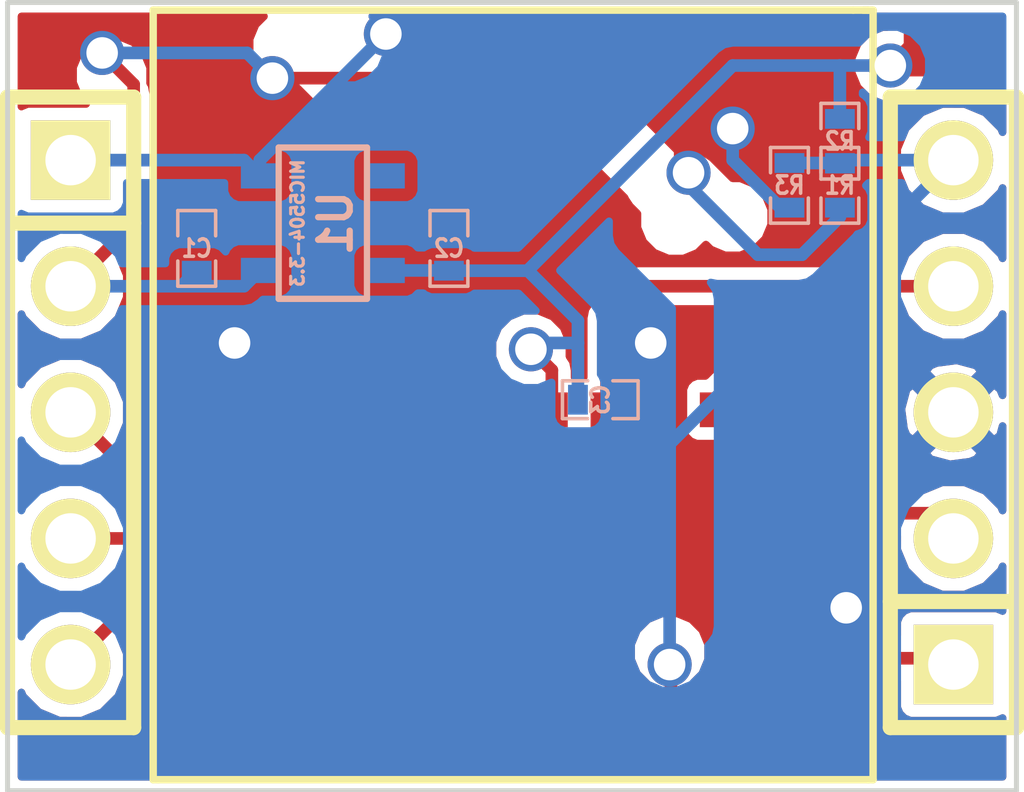
<source format=kicad_pcb>
(kicad_pcb (version 3) (host pcbnew "(2013-june-11)-stable")

  (general
    (links 33)
    (no_connects 0)
    (area 267.563599 101.025 290.682333 118.290345)
    (thickness 1.6)
    (drawings 4)
    (tracks 110)
    (zones 0)
    (modules 11)
    (nets 12)
  )

  (page A3)
  (layers
    (15 F.Cu signal)
    (0 B.Cu signal)
    (16 B.Adhes user)
    (17 F.Adhes user)
    (18 B.Paste user)
    (19 F.Paste user)
    (20 B.SilkS user)
    (21 F.SilkS user)
    (22 B.Mask user)
    (23 F.Mask user)
    (24 Dwgs.User user)
    (25 Cmts.User user)
    (26 Eco1.User user)
    (27 Eco2.User user)
    (28 Edge.Cuts user)
  )

  (setup
    (last_trace_width 0.254)
    (trace_clearance 0.254)
    (zone_clearance 0.1524)
    (zone_45_only no)
    (trace_min 0.254)
    (segment_width 0.2)
    (edge_width 0.1)
    (via_size 0.889)
    (via_drill 0.635)
    (via_min_size 0.889)
    (via_min_drill 0.508)
    (uvia_size 0.508)
    (uvia_drill 0.127)
    (uvias_allowed no)
    (uvia_min_size 0.508)
    (uvia_min_drill 0.127)
    (pcb_text_width 0.3)
    (pcb_text_size 1.5 1.5)
    (mod_edge_width 0.15)
    (mod_text_size 1 1)
    (mod_text_width 0.15)
    (pad_size 1.6002 1.6002)
    (pad_drill 1.016)
    (pad_to_mask_clearance 0)
    (aux_axis_origin 0 0)
    (visible_elements FFFFFFBF)
    (pcbplotparams
      (layerselection 284983297)
      (usegerberextensions true)
      (excludeedgelayer true)
      (linewidth 0.150000)
      (plotframeref false)
      (viasonmask false)
      (mode 1)
      (useauxorigin false)
      (hpglpennumber 1)
      (hpglpenspeed 20)
      (hpglpendiameter 15)
      (hpglpenoverlay 2)
      (psnegative false)
      (psa4output false)
      (plotreference true)
      (plotvalue true)
      (plotothertext true)
      (plotinvisibletext false)
      (padsonsilk false)
      (subtractmaskfromsilk false)
      (outputformat 1)
      (mirror false)
      (drillshape 0)
      (scaleselection 1)
      (outputdirectory gerbers/))
  )

  (net 0 "")
  (net 1 /3V3)
  (net 2 /CD/DAT3)
  (net 3 /CLK)
  (net 4 /CMD)
  (net 5 /DAT0)
  (net 6 /DAT1)
  (net 7 /DAT2)
  (net 8 /DSW)
  (net 9 /EN)
  (net 10 /GND)
  (net 11 /VIN)

  (net_class Default "This is the default net class."
    (clearance 0.254)
    (trace_width 0.254)
    (via_dia 0.889)
    (via_drill 0.635)
    (uvia_dia 0.508)
    (uvia_drill 0.127)
    (add_net "")
    (add_net /3V3)
    (add_net /CD/DAT3)
    (add_net /CLK)
    (add_net /CMD)
    (add_net /DAT0)
    (add_net /DAT1)
    (add_net /DAT2)
    (add_net /DSW)
    (add_net /EN)
    (add_net /GND)
    (add_net /VIN)
  )

  (module MICROSD_JAE_ST11-H (layer F.Cu) (tedit 53DD3397) (tstamp 53DD30C9)
    (at 278.003 102.489 180)
    (path /53DD0708)
    (fp_text reference U2 (at 0 -6.3 180) (layer F.SilkS) hide
      (effects (font (size 1 1) (thickness 0.15)))
    )
    (fp_text value MICROSD_JAE_ST11-H (at 0 -0.635 180) (layer F.SilkS) hide
      (effects (font (size 1 1) (thickness 0.15)))
    )
    (fp_line (start -7.4 0.1) (end -7.3 0.1) (layer F.SilkS) (width 0.15))
    (fp_line (start -7.3 0.1) (end -7.2 0.1) (layer F.SilkS) (width 0.15))
    (fp_line (start -7.3 -15.4) (end -7.4 -15.4) (layer F.SilkS) (width 0.15))
    (fp_line (start 7.1 -15.4) (end 7 -15.4) (layer F.SilkS) (width 0.15))
    (fp_line (start 7.1 0.1) (end 7 0.1) (layer F.SilkS) (width 0.15))
    (fp_line (start -7 0.1) (end -7.3 0.1) (layer F.SilkS) (width 0.15))
    (fp_line (start -7.4 -15.4) (end -7.4 0.1) (layer F.SilkS) (width 0.15))
    (fp_line (start 7 0.1) (end -7 0.1) (layer F.SilkS) (width 0.15))
    (fp_line (start 7.1 -15.4) (end 7.1 0.1) (layer F.SilkS) (width 0.15))
    (fp_line (start -7.3 -15.4) (end 7 -15.4) (layer F.SilkS) (width 0.15))
    (pad 1 smd rect (at 2.37 -7.95 180) (size 0.64 0.7)
      (layers F.Cu F.Paste F.Mask)
      (net 7 /DAT2)
    )
    (pad 2 smd rect (at 1.27 -7.95 180) (size 0.64 0.7)
      (layers F.Cu F.Paste F.Mask)
      (net 2 /CD/DAT3)
    )
    (pad 3 smd rect (at 0.17 -7.95 180) (size 0.64 0.7)
      (layers F.Cu F.Paste F.Mask)
      (net 4 /CMD)
    )
    (pad 4 smd rect (at -0.93 -7.95 180) (size 0.64 0.7)
      (layers F.Cu F.Paste F.Mask)
      (net 1 /3V3)
    )
    (pad 5 smd rect (at -2.03 -7.95 180) (size 0.64 0.7)
      (layers F.Cu F.Paste F.Mask)
      (net 3 /CLK)
    )
    (pad 6 smd rect (at -3.13 -7.95 180) (size 0.64 0.7)
      (layers F.Cu F.Paste F.Mask)
      (net 10 /GND)
    )
    (pad 7 smd rect (at -4.23 -7.95 180) (size 0.64 0.7)
      (layers F.Cu F.Paste F.Mask)
      (net 5 /DAT0)
    )
    (pad 8 smd rect (at -5.33 -7.95 180) (size 0.64 0.7)
      (layers F.Cu F.Paste F.Mask)
      (net 6 /DAT1)
    )
    (pad "" smd rect (at 2.37 -10.4 180) (size 0.7 2.4)
      (layers Dwgs.User)
    )
    (pad "" smd rect (at 1.27 -10.4 180) (size 0.7 2.4)
      (layers Dwgs.User)
    )
    (pad "" smd rect (at 0.17 -10.4 180) (size 0.7 2.4)
      (layers Dwgs.User)
    )
    (pad "" smd rect (at -0.93 -10.4 180) (size 0.7 2.4)
      (layers Dwgs.User)
    )
    (pad "" smd rect (at -2.03 -10.4 180) (size 0.7 2.4)
      (layers Dwgs.User)
    )
    (pad "" smd rect (at -3.13 -10.4 180) (size 0.7 2.4)
      (layers Dwgs.User)
    )
    (pad "" smd rect (at -4.23 -10.4 180) (size 0.7 2.4)
      (layers Dwgs.User)
    )
    (pad "" smd rect (at -5.33 -10.4 180) (size 0.7 2.4)
      (layers Dwgs.User)
    )
    (pad "" smd rect (at -0.965 -14.2 180) (size 1.55 1.4)
      (layers Dwgs.User)
    )
    (pad "" smd rect (at 2.35 -14.02 180) (size 1.8 1.4)
      (layers Dwgs.User)
    )
    (pad "" smd rect (at -6.95 -5.125 180) (size 0.6 2.75)
      (layers Dwgs.User)
    )
    (pad 9 smd rect (at -5.225 -14.725 180) (size 1.55 0.55)
      (layers F.Cu F.Paste F.Mask)
      (net 10 /GND)
    )
    (pad 10 smd rect (at -3.33 -14.15 180) (size 0.7 0.7)
      (layers F.Cu F.Paste F.Mask)
      (net 8 /DSW)
    )
    (pad 11 smd rect (at 6.685 -0.725 180) (size 0.57 1.45)
      (layers F.Cu F.Paste F.Mask)
      (net 10 /GND)
    )
    (pad 12 smd rect (at 6.71 -7.65 180) (size 0.52 1.65)
      (layers F.Cu F.Paste F.Mask)
      (net 10 /GND)
    )
    (pad 13 smd rect (at 6.685 -14.32 180) (size 0.57 1.96)
      (layers F.Cu F.Paste F.Mask)
      (net 10 /GND)
    )
    (pad "" smd rect (at 5.4 -14.605 180) (size 1.3 0.45)
      (layers F.Cu F.Paste F.Mask)
    )
    (pad 14 smd rect (at -6.965 -14.375 180) (size 0.57 1.85)
      (layers F.Cu F.Paste F.Mask)
      (net 10 /GND)
    )
    (pad 15 smd rect (at -6.99 -11.09 180) (size 0.52 0.82)
      (layers F.Cu F.Paste F.Mask)
      (net 10 /GND)
    )
    (pad 16 smd rect (at -6.99 -8.88 180) (size 0.52 1.15)
      (layers F.Cu F.Paste F.Mask)
      (net 10 /GND)
    )
    (pad 17 smd rect (at -6.465 -0.85 180) (size 1.01 1.7)
      (layers F.Cu F.Paste F.Mask)
      (net 10 /GND)
    )
  )

  (module TESTPOINT_0805 (layer F.Cu) (tedit 53DD337E) (tstamp 53DD3037)
    (at 287.02 103.124)
    (path /53DD17DE)
    (fp_text reference TP1 (at 0 1.27) (layer F.SilkS) hide
      (effects (font (size 1 1) (thickness 0.15)))
    )
    (fp_text value CONN_1 (at 0 -1.27) (layer F.SilkS) hide
      (effects (font (size 1 1) (thickness 0.15)))
    )
    (pad 1 smd rect (at 0 0) (size 2 1.2)
      (layers F.Cu F.Paste F.Mask)
      (net 1 /3V3)
    )
  )

  (module SOT23-5 (layer B.Cu) (tedit 53DD33D6) (tstamp 53DD3044)
    (at 274.32 106.68 90)
    (path /53DD0EB4)
    (attr smd)
    (fp_text reference U1 (at 0 0.254 90) (layer B.SilkS)
      (effects (font (size 0.635 0.635) (thickness 0.127)) (justify mirror))
    )
    (fp_text value MIC5504-3.3 (at 0 -0.508 90) (layer B.SilkS)
      (effects (font (size 0.254 0.254) (thickness 0.0635)) (justify mirror))
    )
    (fp_line (start 1.524 0.889) (end 1.524 -0.889) (layer B.SilkS) (width 0.127))
    (fp_line (start 1.524 -0.889) (end -1.524 -0.889) (layer B.SilkS) (width 0.127))
    (fp_line (start -1.524 -0.889) (end -1.524 0.889) (layer B.SilkS) (width 0.127))
    (fp_line (start -1.524 0.889) (end 1.524 0.889) (layer B.SilkS) (width 0.127))
    (pad 1 smd rect (at -0.9525 -1.27 90) (size 0.508 0.762)
      (layers B.Cu B.Paste B.Mask)
      (net 11 /VIN)
    )
    (pad 3 smd rect (at 0.9525 -1.27 90) (size 0.508 0.762)
      (layers B.Cu B.Paste B.Mask)
      (net 9 /EN)
    )
    (pad 5 smd rect (at -0.9525 1.27 90) (size 0.508 0.762)
      (layers B.Cu B.Paste B.Mask)
      (net 1 /3V3)
    )
    (pad 2 smd rect (at 0 -1.27 90) (size 0.508 0.762)
      (layers B.Cu B.Paste B.Mask)
      (net 10 /GND)
    )
    (pad 4 smd rect (at 0.9525 1.27 90) (size 0.508 0.762)
      (layers B.Cu B.Paste B.Mask)
    )
    (model smd/SOT23_5.wrl
      (at (xyz 0 0 0))
      (scale (xyz 0.1 0.1 0.1))
      (rotate (xyz 0 0 0))
    )
  )

  (module SM0402_r (layer B.Cu) (tedit 53DD3403) (tstamp 53DD3050)
    (at 284.734 105.918 270)
    (path /53DD11A3)
    (attr smd)
    (fp_text reference R1 (at 0 0 540) (layer B.SilkS)
      (effects (font (size 0.35052 0.3048) (thickness 0.07112)) (justify mirror))
    )
    (fp_text value 4M (at 0.09906 0 270) (layer B.SilkS) hide
      (effects (font (size 0.35052 0.3048) (thickness 0.07112)) (justify mirror))
    )
    (fp_line (start -0.254 0.381) (end -0.762 0.381) (layer B.SilkS) (width 0.07112))
    (fp_line (start -0.762 0.381) (end -0.762 -0.381) (layer B.SilkS) (width 0.07112))
    (fp_line (start -0.762 -0.381) (end -0.254 -0.381) (layer B.SilkS) (width 0.07112))
    (fp_line (start 0.254 0.381) (end 0.762 0.381) (layer B.SilkS) (width 0.07112))
    (fp_line (start 0.762 0.381) (end 0.762 -0.381) (layer B.SilkS) (width 0.07112))
    (fp_line (start 0.762 -0.381) (end 0.254 -0.381) (layer B.SilkS) (width 0.07112))
    (pad 1 smd rect (at -0.44958 0 270) (size 0.39878 0.59944)
      (layers B.Cu B.Paste B.Mask)
      (net 8 /DSW)
    )
    (pad 2 smd rect (at 0.44958 0 270) (size 0.39878 0.59944)
      (layers B.Cu B.Paste B.Mask)
      (net 11 /VIN)
    )
    (model smd/resistors/R0402.wrl
      (at (xyz 0 0 0))
      (scale (xyz 0.27 0.27 0.27))
      (rotate (xyz 0 0 0))
    )
  )

  (module SM0402_r (layer B.Cu) (tedit 53DD33FD) (tstamp 53DD305C)
    (at 283.718 105.918 90)
    (path /53DD14C2)
    (attr smd)
    (fp_text reference R3 (at 0 0 360) (layer B.SilkS)
      (effects (font (size 0.35052 0.3048) (thickness 0.07112)) (justify mirror))
    )
    (fp_text value 0 (at 0.09906 0 90) (layer B.SilkS) hide
      (effects (font (size 0.35052 0.3048) (thickness 0.07112)) (justify mirror))
    )
    (fp_line (start -0.254 0.381) (end -0.762 0.381) (layer B.SilkS) (width 0.07112))
    (fp_line (start -0.762 0.381) (end -0.762 -0.381) (layer B.SilkS) (width 0.07112))
    (fp_line (start -0.762 -0.381) (end -0.254 -0.381) (layer B.SilkS) (width 0.07112))
    (fp_line (start 0.254 0.381) (end 0.762 0.381) (layer B.SilkS) (width 0.07112))
    (fp_line (start 0.762 0.381) (end 0.762 -0.381) (layer B.SilkS) (width 0.07112))
    (fp_line (start 0.762 -0.381) (end 0.254 -0.381) (layer B.SilkS) (width 0.07112))
    (pad 1 smd rect (at -0.44958 0 90) (size 0.39878 0.59944)
      (layers B.Cu B.Paste B.Mask)
      (net 9 /EN)
    )
    (pad 2 smd rect (at 0.44958 0 90) (size 0.39878 0.59944)
      (layers B.Cu B.Paste B.Mask)
      (net 8 /DSW)
    )
    (model smd/resistors/R0402.wrl
      (at (xyz 0 0 0))
      (scale (xyz 0.27 0.27 0.27))
      (rotate (xyz 0 0 0))
    )
  )

  (module SM0402_r (layer B.Cu) (tedit 53DD33F9) (tstamp 53DD3068)
    (at 284.734 105.029 90)
    (path /53DD1531)
    (attr smd)
    (fp_text reference R2 (at 0 0 360) (layer B.SilkS)
      (effects (font (size 0.35052 0.3048) (thickness 0.07112)) (justify mirror))
    )
    (fp_text value 4M (at 0.09906 0 90) (layer B.SilkS) hide
      (effects (font (size 0.35052 0.3048) (thickness 0.07112)) (justify mirror))
    )
    (fp_line (start -0.254 0.381) (end -0.762 0.381) (layer B.SilkS) (width 0.07112))
    (fp_line (start -0.762 0.381) (end -0.762 -0.381) (layer B.SilkS) (width 0.07112))
    (fp_line (start -0.762 -0.381) (end -0.254 -0.381) (layer B.SilkS) (width 0.07112))
    (fp_line (start 0.254 0.381) (end 0.762 0.381) (layer B.SilkS) (width 0.07112))
    (fp_line (start 0.762 0.381) (end 0.762 -0.381) (layer B.SilkS) (width 0.07112))
    (fp_line (start 0.762 -0.381) (end 0.254 -0.381) (layer B.SilkS) (width 0.07112))
    (pad 1 smd rect (at -0.44958 0 90) (size 0.39878 0.59944)
      (layers B.Cu B.Paste B.Mask)
      (net 8 /DSW)
    )
    (pad 2 smd rect (at 0.44958 0 90) (size 0.39878 0.59944)
      (layers B.Cu B.Paste B.Mask)
      (net 1 /3V3)
    )
    (model smd/resistors/R0402.wrl
      (at (xyz 0 0 0))
      (scale (xyz 0.27 0.27 0.27))
      (rotate (xyz 0 0 0))
    )
  )

  (module SM0402_c (layer B.Cu) (tedit 53DD340C) (tstamp 53DD3074)
    (at 276.86 107.188 90)
    (path /53DD0677)
    (attr smd)
    (fp_text reference C2 (at 0 0 360) (layer B.SilkS)
      (effects (font (size 0.35052 0.3048) (thickness 0.07112)) (justify mirror))
    )
    (fp_text value 1u (at 0.09906 0 90) (layer B.SilkS) hide
      (effects (font (size 0.35052 0.3048) (thickness 0.07112)) (justify mirror))
    )
    (fp_line (start -0.254 0.381) (end -0.762 0.381) (layer B.SilkS) (width 0.07112))
    (fp_line (start -0.762 0.381) (end -0.762 -0.381) (layer B.SilkS) (width 0.07112))
    (fp_line (start -0.762 -0.381) (end -0.254 -0.381) (layer B.SilkS) (width 0.07112))
    (fp_line (start 0.254 0.381) (end 0.762 0.381) (layer B.SilkS) (width 0.07112))
    (fp_line (start 0.762 0.381) (end 0.762 -0.381) (layer B.SilkS) (width 0.07112))
    (fp_line (start 0.762 -0.381) (end 0.254 -0.381) (layer B.SilkS) (width 0.07112))
    (pad 1 smd rect (at -0.44958 0 90) (size 0.39878 0.59944)
      (layers B.Cu B.Paste B.Mask)
      (net 1 /3V3)
    )
    (pad 2 smd rect (at 0.44958 0 90) (size 0.39878 0.59944)
      (layers B.Cu B.Paste B.Mask)
      (net 10 /GND)
    )
    (model smd/capacitors/C0402.wrl
      (at (xyz 0 0 0))
      (scale (xyz 0.27 0.27 0.27))
      (rotate (xyz 0 0 0))
    )
  )

  (module SM0402_c (layer B.Cu) (tedit 53DD3405) (tstamp 53DD3080)
    (at 279.908 110.236)
    (path /53DD0F61)
    (attr smd)
    (fp_text reference C3 (at 0 0 270) (layer B.SilkS)
      (effects (font (size 0.35052 0.3048) (thickness 0.07112)) (justify mirror))
    )
    (fp_text value 0.1u (at 0.09906 0) (layer B.SilkS) hide
      (effects (font (size 0.35052 0.3048) (thickness 0.07112)) (justify mirror))
    )
    (fp_line (start -0.254 0.381) (end -0.762 0.381) (layer B.SilkS) (width 0.07112))
    (fp_line (start -0.762 0.381) (end -0.762 -0.381) (layer B.SilkS) (width 0.07112))
    (fp_line (start -0.762 -0.381) (end -0.254 -0.381) (layer B.SilkS) (width 0.07112))
    (fp_line (start 0.254 0.381) (end 0.762 0.381) (layer B.SilkS) (width 0.07112))
    (fp_line (start 0.762 0.381) (end 0.762 -0.381) (layer B.SilkS) (width 0.07112))
    (fp_line (start 0.762 -0.381) (end 0.254 -0.381) (layer B.SilkS) (width 0.07112))
    (pad 1 smd rect (at -0.44958 0) (size 0.39878 0.59944)
      (layers B.Cu B.Paste B.Mask)
      (net 1 /3V3)
    )
    (pad 2 smd rect (at 0.44958 0) (size 0.39878 0.59944)
      (layers B.Cu B.Paste B.Mask)
      (net 10 /GND)
    )
    (model smd/capacitors/C0402.wrl
      (at (xyz 0 0 0))
      (scale (xyz 0.27 0.27 0.27))
      (rotate (xyz 0 0 0))
    )
  )

  (module SM0402_c (layer B.Cu) (tedit 53DD3407) (tstamp 53DD308C)
    (at 271.78 107.188 90)
    (path /53DD0F6C)
    (attr smd)
    (fp_text reference C1 (at 0 0 360) (layer B.SilkS)
      (effects (font (size 0.35052 0.3048) (thickness 0.07112)) (justify mirror))
    )
    (fp_text value 0.33u (at 0.09906 0 90) (layer B.SilkS) hide
      (effects (font (size 0.35052 0.3048) (thickness 0.07112)) (justify mirror))
    )
    (fp_line (start -0.254 0.381) (end -0.762 0.381) (layer B.SilkS) (width 0.07112))
    (fp_line (start -0.762 0.381) (end -0.762 -0.381) (layer B.SilkS) (width 0.07112))
    (fp_line (start -0.762 -0.381) (end -0.254 -0.381) (layer B.SilkS) (width 0.07112))
    (fp_line (start 0.254 0.381) (end 0.762 0.381) (layer B.SilkS) (width 0.07112))
    (fp_line (start 0.762 0.381) (end 0.762 -0.381) (layer B.SilkS) (width 0.07112))
    (fp_line (start 0.762 -0.381) (end 0.254 -0.381) (layer B.SilkS) (width 0.07112))
    (pad 1 smd rect (at -0.44958 0 90) (size 0.39878 0.59944)
      (layers B.Cu B.Paste B.Mask)
      (net 11 /VIN)
    )
    (pad 2 smd rect (at 0.44958 0 90) (size 0.39878 0.59944)
      (layers B.Cu B.Paste B.Mask)
      (net 10 /GND)
    )
    (model smd/capacitors/C0402.wrl
      (at (xyz 0 0 0))
      (scale (xyz 0.27 0.27 0.27))
      (rotate (xyz 0 0 0))
    )
  )

  (module SIL-5 (layer F.Cu) (tedit 53E2D233) (tstamp 53DD309A)
    (at 269.24 111.76 270)
    (descr "Connecteur 5 pins")
    (tags "CONN DEV")
    (path /53DD172F)
    (fp_text reference P1 (at -0.635 -2.54 270) (layer F.SilkS) hide
      (effects (font (size 1.72974 1.08712) (thickness 0.27178)))
    )
    (fp_text value CONN_5 (at 0 -2.54 270) (layer F.SilkS) hide
      (effects (font (size 1.524 1.016) (thickness 0.3048)))
    )
    (fp_line (start -7.62 1.27) (end -7.62 -1.27) (layer F.SilkS) (width 0.3048))
    (fp_line (start -7.62 -1.27) (end 5.08 -1.27) (layer F.SilkS) (width 0.3048))
    (fp_line (start 5.08 -1.27) (end 5.08 1.27) (layer F.SilkS) (width 0.3048))
    (fp_line (start 5.08 1.27) (end -7.62 1.27) (layer F.SilkS) (width 0.3048))
    (fp_line (start -5.08 1.27) (end -5.08 -1.27) (layer F.SilkS) (width 0.3048))
    (pad 1 thru_hole rect (at -6.35 0 270) (size 1.6002 1.6002) (drill 1.016)
      (layers *.Cu *.Mask F.SilkS)
      (net 9 /EN)
    )
    (pad 2 thru_hole circle (at -3.81 0 270) (size 1.6002 1.6002) (drill 1.016)
      (layers *.Cu *.Mask F.SilkS)
      (net 11 /VIN)
    )
    (pad 3 thru_hole circle (at -1.27 0 270) (size 1.6002 1.6002) (drill 1.016)
      (layers *.Cu *.Mask F.SilkS)
      (net 4 /CMD)
    )
    (pad 4 thru_hole circle (at 1.27 0 270) (size 1.6002 1.6002) (drill 1.016)
      (layers *.Cu *.Mask F.SilkS)
      (net 2 /CD/DAT3)
    )
    (pad 5 thru_hole circle (at 3.81 0 270) (size 1.6002 1.6002) (drill 1.016)
      (layers *.Cu *.Mask F.SilkS)
      (net 7 /DAT2)
    )
  )

  (module SIL-5 (layer F.Cu) (tedit 53E2D255) (tstamp 53DD30A8)
    (at 287.02 109.22 90)
    (descr "Connecteur 5 pins")
    (tags "CONN DEV")
    (path /53DD1743)
    (fp_text reference P2 (at -0.635 -2.54 90) (layer F.SilkS) hide
      (effects (font (size 1.72974 1.08712) (thickness 0.27178)))
    )
    (fp_text value CONN_5 (at 0 -2.54 90) (layer F.SilkS) hide
      (effects (font (size 1.524 1.016) (thickness 0.3048)))
    )
    (fp_line (start -7.62 1.27) (end -7.62 -1.27) (layer F.SilkS) (width 0.3048))
    (fp_line (start -7.62 -1.27) (end 5.08 -1.27) (layer F.SilkS) (width 0.3048))
    (fp_line (start 5.08 -1.27) (end 5.08 1.27) (layer F.SilkS) (width 0.3048))
    (fp_line (start 5.08 1.27) (end -7.62 1.27) (layer F.SilkS) (width 0.3048))
    (fp_line (start -5.08 1.27) (end -5.08 -1.27) (layer F.SilkS) (width 0.3048))
    (pad 1 thru_hole rect (at -6.35 0 90) (size 1.6002 1.6002) (drill 1.016)
      (layers *.Cu *.Mask F.SilkS)
      (net 6 /DAT1)
    )
    (pad 2 thru_hole circle (at -3.81 0 90) (size 1.6002 1.6002) (drill 1.016)
      (layers *.Cu *.Mask F.SilkS)
      (net 5 /DAT0)
    )
    (pad 3 thru_hole circle (at -1.27 0 90) (size 1.6002 1.6002) (drill 1.016)
      (layers *.Cu *.Mask F.SilkS)
      (net 10 /GND)
    )
    (pad 4 thru_hole circle (at 1.27 0 90) (size 1.6002 1.6002) (drill 1.016)
      (layers *.Cu *.Mask F.SilkS)
      (net 3 /CLK)
    )
    (pad 5 thru_hole circle (at 3.81 0 90) (size 1.6002 1.6002) (drill 1.016)
      (layers *.Cu *.Mask F.SilkS)
      (net 8 /DSW)
    )
  )

  (gr_line (start 267.97 118.11) (end 267.97 102.235) (angle 90) (layer Edge.Cuts) (width 0.1))
  (gr_line (start 288.29 118.11) (end 267.97 118.11) (angle 90) (layer Edge.Cuts) (width 0.1))
  (gr_line (start 288.29 102.235) (end 288.29 118.11) (angle 90) (layer Edge.Cuts) (width 0.1))
  (gr_line (start 267.97 102.235) (end 288.29 102.235) (angle 90) (layer Edge.Cuts) (width 0.1))

  (segment (start 284.734 104.57942) (end 284.734 103.505) (width 0.254) (layer B.Cu) (net 1))
  (segment (start 278.933 110.439) (end 278.933 109.642) (width 0.254) (layer F.Cu) (net 1))
  (segment (start 278.638 109.093) (end 279.45842 109.093) (width 0.254) (layer B.Cu) (net 1) (tstamp 53DD9753))
  (segment (start 278.511 109.22) (end 278.638 109.093) (width 0.254) (layer B.Cu) (net 1) (tstamp 53DD9752))
  (via (at 278.511 109.22) (size 0.889) (layers F.Cu B.Cu) (net 1))
  (segment (start 278.933 109.642) (end 278.511 109.22) (width 0.254) (layer F.Cu) (net 1) (tstamp 53DD9750))
  (segment (start 278.45258 107.63758) (end 278.45258 107.62742) (width 0.254) (layer B.Cu) (net 1))
  (segment (start 286.131 103.124) (end 287.02 103.124) (width 0.254) (layer F.Cu) (net 1) (tstamp 53DD96F2))
  (segment (start 285.75 103.505) (end 286.131 103.124) (width 0.254) (layer F.Cu) (net 1) (tstamp 53DD96F1))
  (via (at 285.75 103.505) (size 0.889) (layers F.Cu B.Cu) (net 1))
  (segment (start 282.575 103.505) (end 284.734 103.505) (width 0.254) (layer B.Cu) (net 1) (tstamp 53DD96EE))
  (segment (start 284.734 103.505) (end 285.75 103.505) (width 0.254) (layer B.Cu) (net 1) (tstamp 53DD97DB))
  (segment (start 278.45258 107.62742) (end 282.575 103.505) (width 0.254) (layer B.Cu) (net 1) (tstamp 53DD96ED))
  (segment (start 276.86 107.63758) (end 278.45258 107.63758) (width 0.254) (layer B.Cu) (net 1))
  (segment (start 279.45842 108.64342) (end 279.45842 109.093) (width 0.254) (layer B.Cu) (net 1) (tstamp 53DD96E3))
  (segment (start 279.45842 109.093) (end 279.45842 109.22) (width 0.254) (layer B.Cu) (net 1) (tstamp 53DD9756))
  (segment (start 279.45842 109.22) (end 279.45842 110.236) (width 0.254) (layer B.Cu) (net 1) (tstamp 53DD96FB))
  (segment (start 278.45258 107.63758) (end 279.45842 108.64342) (width 0.254) (layer B.Cu) (net 1) (tstamp 53DD96E2))
  (segment (start 275.59 107.6325) (end 276.85492 107.6325) (width 0.254) (layer B.Cu) (net 1))
  (segment (start 276.85492 107.6325) (end 276.86 107.63758) (width 0.254) (layer B.Cu) (net 1) (tstamp 53DD96DF))
  (segment (start 276.733 110.439) (end 276.733 110.109) (width 0.254) (layer F.Cu) (net 2))
  (segment (start 271.061576 113.03) (end 269.24 113.03) (width 0.254) (layer F.Cu) (net 2) (tstamp 53DD9766))
  (segment (start 274.490576 109.601) (end 271.061576 113.03) (width 0.254) (layer F.Cu) (net 2) (tstamp 53DD9765))
  (segment (start 276.225 109.601) (end 274.490576 109.601) (width 0.254) (layer F.Cu) (net 2) (tstamp 53DD9764))
  (segment (start 276.733 110.109) (end 276.225 109.601) (width 0.254) (layer F.Cu) (net 2) (tstamp 53DD9763))
  (segment (start 280.033 110.439) (end 280.033 108.587) (width 0.254) (layer F.Cu) (net 3))
  (segment (start 280.67 107.95) (end 287.02 107.95) (width 0.254) (layer F.Cu) (net 3) (tstamp 53DD9734))
  (segment (start 280.033 108.587) (end 280.67 107.95) (width 0.254) (layer F.Cu) (net 3) (tstamp 53DD9733))
  (segment (start 277.833 110.439) (end 277.833 110.193) (width 0.254) (layer F.Cu) (net 4))
  (segment (start 270.129 111.379) (end 269.24 110.49) (width 0.254) (layer F.Cu) (net 4) (tstamp 53DD976F))
  (segment (start 271.994152 111.379) (end 270.129 111.379) (width 0.254) (layer F.Cu) (net 4) (tstamp 53DD976D))
  (segment (start 274.280154 109.092998) (end 271.994152 111.379) (width 0.254) (layer F.Cu) (net 4) (tstamp 53DD976C))
  (segment (start 276.732998 109.092998) (end 274.280154 109.092998) (width 0.254) (layer F.Cu) (net 4) (tstamp 53DD976B))
  (segment (start 277.833 110.193) (end 276.732998 109.092998) (width 0.254) (layer F.Cu) (net 4) (tstamp 53DD976A))
  (segment (start 282.233 110.439) (end 282.233 110.197) (width 0.254) (layer F.Cu) (net 5))
  (segment (start 286.512 112.522) (end 287.02 113.03) (width 0.254) (layer F.Cu) (net 5) (tstamp 53DD9796))
  (segment (start 284.48 112.522) (end 286.512 112.522) (width 0.254) (layer F.Cu) (net 5) (tstamp 53DD9795))
  (segment (start 284.099 112.141) (end 284.48 112.522) (width 0.254) (layer F.Cu) (net 5) (tstamp 53DD9794))
  (segment (start 284.099 109.728) (end 284.099 112.141) (width 0.254) (layer F.Cu) (net 5) (tstamp 53DD9793))
  (segment (start 283.972 109.601) (end 284.099 109.728) (width 0.254) (layer F.Cu) (net 5) (tstamp 53DD9792))
  (segment (start 282.829 109.601) (end 283.972 109.601) (width 0.254) (layer F.Cu) (net 5) (tstamp 53DD9791))
  (segment (start 282.233 110.197) (end 282.829 109.601) (width 0.254) (layer F.Cu) (net 5) (tstamp 53DD9790))
  (segment (start 283.333 110.439) (end 283.333 114.296) (width 0.254) (layer F.Cu) (net 6))
  (segment (start 286.893 115.443) (end 287.02 115.57) (width 0.254) (layer F.Cu) (net 6) (tstamp 53DD9782))
  (segment (start 284.48 115.443) (end 286.893 115.443) (width 0.254) (layer F.Cu) (net 6) (tstamp 53DD9780))
  (segment (start 283.333 114.296) (end 284.48 115.443) (width 0.254) (layer F.Cu) (net 6) (tstamp 53DD977E))
  (segment (start 275.633 110.439) (end 274.371 110.439) (width 0.254) (layer F.Cu) (net 7))
  (segment (start 274.371 110.439) (end 269.24 115.57) (width 0.254) (layer F.Cu) (net 7) (tstamp 53DD975F))
  (segment (start 287.02 105.41) (end 283.21 109.22) (width 0.254) (layer B.Cu) (net 8))
  (segment (start 281.333 115.598) (end 281.333 116.639) (width 0.254) (layer F.Cu) (net 8) (tstamp 53E2D2AD))
  (segment (start 281.305 115.57) (end 281.333 115.598) (width 0.254) (layer F.Cu) (net 8) (tstamp 53E2D2AC))
  (via (at 281.305 115.57) (size 0.889) (layers F.Cu B.Cu) (net 8))
  (segment (start 281.305 111.125) (end 281.305 115.57) (width 0.254) (layer B.Cu) (net 8) (tstamp 53E2D2A3))
  (segment (start 283.21 109.22) (end 281.305 111.125) (width 0.254) (layer B.Cu) (net 8) (tstamp 53E2D2A1))
  (segment (start 287.02 105.41) (end 284.79242 105.41) (width 0.254) (layer B.Cu) (net 8))
  (segment (start 284.79242 105.41) (end 284.734 105.46842) (width 0.254) (layer B.Cu) (net 8) (tstamp 53DD97D5))
  (segment (start 284.734 105.46842) (end 283.718 105.46842) (width 0.254) (layer B.Cu) (net 8) (tstamp 53DD97D6))
  (segment (start 283.718 106.36758) (end 283.53258 106.36758) (width 0.254) (layer B.Cu) (net 9) (status C00000))
  (segment (start 273.05 105.41) (end 273.05 105.7275) (width 0.254) (layer B.Cu) (net 9) (tstamp 53E2D300) (status 800000))
  (segment (start 275.59 102.87) (end 273.05 105.41) (width 0.254) (layer B.Cu) (net 9) (tstamp 53E2D2FF))
  (via (at 275.59 102.87) (size 0.889) (layers F.Cu B.Cu) (net 9))
  (segment (start 280.67 102.87) (end 275.59 102.87) (width 0.254) (layer F.Cu) (net 9) (tstamp 53E2D2F6))
  (segment (start 282.575 104.775) (end 280.67 102.87) (width 0.254) (layer F.Cu) (net 9) (tstamp 53E2D2F5))
  (via (at 282.575 104.775) (size 0.889) (layers F.Cu B.Cu) (net 9))
  (segment (start 282.575 105.41) (end 282.575 104.775) (width 0.254) (layer B.Cu) (net 9) (tstamp 53E2D2F3))
  (segment (start 283.53258 106.36758) (end 282.575 105.41) (width 0.254) (layer B.Cu) (net 9) (tstamp 53E2D2EE) (status 400000))
  (segment (start 269.24 105.41) (end 272.542 105.41) (width 0.254) (layer B.Cu) (net 9))
  (segment (start 272.542 105.41) (end 272.7325 105.41) (width 0.254) (layer B.Cu) (net 9) (tstamp 53DD97ED))
  (segment (start 272.7325 105.41) (end 273.05 105.7275) (width 0.254) (layer B.Cu) (net 9) (tstamp 53DD96CF))
  (segment (start 272.542 109.093) (end 272.339 109.093) (width 0.254) (layer F.Cu) (net 10))
  (segment (start 274.193 106.68) (end 274.193 108.204) (width 0.254) (layer B.Cu) (net 10) (tstamp 53DD97A2))
  (segment (start 274.193 108.204) (end 273.304 109.093) (width 0.254) (layer B.Cu) (net 10) (tstamp 53DD97A3))
  (segment (start 273.304 109.093) (end 272.542 109.093) (width 0.254) (layer B.Cu) (net 10) (tstamp 53DD97A4))
  (via (at 272.542 109.093) (size 0.889) (layers F.Cu B.Cu) (net 10))
  (segment (start 273.05 106.68) (end 274.193 106.68) (width 0.254) (layer B.Cu) (net 10))
  (segment (start 272.339 109.093) (end 271.293 110.139) (width 0.254) (layer F.Cu) (net 10) (tstamp 53DD97A8))
  (segment (start 284.861 114.427) (end 284.861 113.711) (width 0.254) (layer F.Cu) (net 10))
  (segment (start 284.988 112.522) (end 284.988 114.3) (width 0.254) (layer B.Cu) (net 10) (tstamp 53DD9799))
  (segment (start 284.988 114.3) (end 284.861 114.427) (width 0.254) (layer B.Cu) (net 10) (tstamp 53DD979A))
  (via (at 284.861 114.427) (size 0.889) (layers F.Cu B.Cu) (net 10))
  (segment (start 287.02 110.49) (end 284.988 112.522) (width 0.254) (layer B.Cu) (net 10))
  (segment (start 284.861 113.711) (end 284.993 113.579) (width 0.254) (layer F.Cu) (net 10) (tstamp 53DD979E))
  (segment (start 281.133 110.439) (end 281.133 109.302) (width 0.254) (layer F.Cu) (net 10))
  (segment (start 280.35758 109.65942) (end 280.35758 110.236) (width 0.254) (layer B.Cu) (net 10) (tstamp 53DD975B))
  (segment (start 280.924 109.093) (end 280.35758 109.65942) (width 0.254) (layer B.Cu) (net 10) (tstamp 53DD975A))
  (via (at 280.924 109.093) (size 0.889) (layers F.Cu B.Cu) (net 10))
  (segment (start 281.133 109.302) (end 280.924 109.093) (width 0.254) (layer F.Cu) (net 10) (tstamp 53DD9758))
  (segment (start 284.734 106.36758) (end 284.734 106.553) (width 0.254) (layer B.Cu) (net 11) (status C00000))
  (segment (start 270.51 106.68) (end 269.24 107.95) (width 0.254) (layer F.Cu) (net 11) (tstamp 53E2D36C) (status 800000))
  (segment (start 270.51 103.886) (end 270.51 106.68) (width 0.254) (layer F.Cu) (net 11) (tstamp 53E2D36B))
  (segment (start 269.875 103.251) (end 270.51 103.886) (width 0.254) (layer F.Cu) (net 11) (tstamp 53E2D36A))
  (via (at 269.875 103.251) (size 0.889) (layers F.Cu B.Cu) (net 11))
  (segment (start 272.796 103.251) (end 269.875 103.251) (width 0.254) (layer B.Cu) (net 11) (tstamp 53E2D360))
  (segment (start 273.304 103.759) (end 272.796 103.251) (width 0.254) (layer B.Cu) (net 11) (tstamp 53E2D35F))
  (via (at 273.304 103.759) (size 0.889) (layers F.Cu B.Cu) (net 11))
  (segment (start 276.098002 103.759) (end 273.304 103.759) (width 0.254) (layer F.Cu) (net 11) (tstamp 53E2D33D))
  (segment (start 276.479 103.378002) (end 276.098002 103.759) (width 0.254) (layer F.Cu) (net 11) (tstamp 53E2D33B))
  (segment (start 280.459578 103.378002) (end 276.479 103.378002) (width 0.254) (layer F.Cu) (net 11) (tstamp 53E2D33A))
  (segment (start 281.517288 104.435712) (end 280.459578 103.378002) (width 0.254) (layer F.Cu) (net 11) (tstamp 53E2D337))
  (segment (start 281.517288 105.495288) (end 281.517288 104.435712) (width 0.254) (layer F.Cu) (net 11) (tstamp 53E2D336))
  (segment (start 281.686 105.664) (end 281.517288 105.495288) (width 0.254) (layer F.Cu) (net 11) (tstamp 53E2D335))
  (via (at 281.686 105.664) (size 0.889) (layers F.Cu B.Cu) (net 11))
  (segment (start 281.686 105.918) (end 281.686 105.664) (width 0.254) (layer B.Cu) (net 11) (tstamp 53E2D331))
  (segment (start 283.083 107.315) (end 281.686 105.918) (width 0.254) (layer B.Cu) (net 11) (tstamp 53E2D330))
  (segment (start 283.972 107.315) (end 283.083 107.315) (width 0.254) (layer B.Cu) (net 11) (tstamp 53E2D32E))
  (segment (start 284.734 106.553) (end 283.972 107.315) (width 0.254) (layer B.Cu) (net 11) (tstamp 53E2D32A) (status 400000))
  (segment (start 271.46758 107.95) (end 272.7325 107.95) (width 0.254) (layer B.Cu) (net 11))
  (segment (start 272.7325 107.95) (end 273.05 107.6325) (width 0.254) (layer B.Cu) (net 11) (tstamp 53DD96D7))
  (segment (start 269.24 107.95) (end 271.46758 107.95) (width 0.254) (layer B.Cu) (net 11))
  (segment (start 271.46758 107.95) (end 271.78 107.63758) (width 0.254) (layer B.Cu) (net 11) (tstamp 53DD96D4))

  (zone (net 10) (net_name /GND) (layer F.Cu) (tstamp 53DD96DA) (hatch edge 0.508)
    (connect_pads thru_hole_only (clearance 0.1524))
    (min_thickness 0.1524)
    (fill (arc_segments 16) (thermal_gap 0.1524) (thermal_bridge_width 0.508))
    (polygon
      (pts
        (xy 267.97 102.235) (xy 288.29 102.235) (xy 288.29 118.11) (xy 267.97 118.11)
      )
    )
    (filled_polygon
      (pts
        (xy 288.0114 107.389519) (xy 287.97878 107.310573) (xy 287.661099 106.992338) (xy 287.245817 106.819898) (xy 286.796156 106.819505)
        (xy 286.380573 106.99122) (xy 286.062338 107.308901) (xy 285.985976 107.4928) (xy 280.67 107.4928) (xy 280.495037 107.527602)
        (xy 280.346711 107.626711) (xy 279.709711 108.263711) (xy 279.610602 108.412037) (xy 279.5758 108.587) (xy 279.5758 109.788413)
        (xy 279.526201 109.808907) (xy 279.483006 109.852026) (xy 279.440287 109.809233) (xy 279.3902 109.788434) (xy 279.3902 109.642)
        (xy 279.355398 109.467037) (xy 279.285575 109.362541) (xy 279.285834 109.066579) (xy 279.168141 108.781741) (xy 278.950405 108.563624)
        (xy 278.665773 108.445435) (xy 278.357579 108.445166) (xy 278.072741 108.562859) (xy 277.854624 108.780595) (xy 277.736435 109.065227)
        (xy 277.736166 109.373421) (xy 277.789797 109.503218) (xy 277.056287 108.769709) (xy 276.907961 108.6706) (xy 276.732998 108.635798)
        (xy 274.280154 108.635798) (xy 274.105191 108.6706) (xy 273.956865 108.769709) (xy 271.804774 110.9218) (xy 270.318378 110.9218)
        (xy 270.294489 110.897911) (xy 270.370102 110.715817) (xy 270.370495 110.266156) (xy 270.19878 109.850573) (xy 269.881099 109.532338)
        (xy 269.465817 109.359898) (xy 269.016156 109.359505) (xy 268.600573 109.53122) (xy 268.282338 109.848901) (xy 268.2486 109.930151)
        (xy 268.2486 108.51048) (xy 268.28122 108.589427) (xy 268.598901 108.907662) (xy 269.014183 109.080102) (xy 269.463844 109.080495)
        (xy 269.879427 108.90878) (xy 270.197662 108.591099) (xy 270.370102 108.175817) (xy 270.370495 107.726156) (xy 270.294454 107.542123)
        (xy 270.769789 107.06679) (xy 270.769789 107.066789) (xy 270.868898 106.918463) (xy 270.903699 106.7435) (xy 270.9037 106.7435)
        (xy 270.9037 104.0765) (xy 270.868898 103.901537) (xy 270.837987 103.855276) (xy 270.840065 103.850273) (xy 270.840334 103.542079)
        (xy 270.722641 103.257241) (xy 270.504905 103.039124) (xy 270.220273 102.920935) (xy 269.912079 102.920666) (xy 269.627241 103.038359)
        (xy 269.409124 103.256095) (xy 269.290935 103.540727) (xy 269.290666 103.848921) (xy 269.408359 104.133759) (xy 269.553988 104.279643)
        (xy 268.374507 104.279643) (xy 268.253101 104.329807) (xy 268.2486 104.3343) (xy 268.2486 102.5136) (xy 273.136418 102.5136)
        (xy 272.965124 102.684595) (xy 272.846935 102.969227) (xy 272.846666 103.277421) (xy 272.964359 103.562259) (xy 273.182095 103.780376)
        (xy 273.466727 103.898565) (xy 273.749733 103.898812) (xy 274.18721 104.336289) (xy 274.187211 104.336289) (xy 274.286319 104.402511)
        (xy 274.335536 104.435397) (xy 274.335537 104.435398) (xy 274.510499 104.470199) (xy 274.5105 104.4702) (xy 278.702622 104.4702)
        (xy 280.402805 106.170383) (xy 280.406352 106.188213) (xy 280.505461 106.336539) (xy 280.657411 106.488489) (xy 280.657166 106.769921)
        (xy 280.774859 107.054759) (xy 280.992595 107.272876) (xy 281.277227 107.391065) (xy 281.585421 107.391334) (xy 281.870259 107.273641)
        (xy 282.035291 107.108896) (xy 282.135595 107.209376) (xy 282.420227 107.327565) (xy 282.728421 107.327834) (xy 283.013259 107.210141)
        (xy 283.231376 106.992405) (xy 283.349565 106.707773) (xy 283.349834 106.399579) (xy 283.232141 106.114741) (xy 283.014405 105.896624)
        (xy 282.729773 105.778435) (xy 282.573877 105.778298) (xy 282.158077 105.362499) (xy 282.009751 105.26339) (xy 281.834788 105.228588)
        (xy 281.47259 105.228588) (xy 279.425711 103.181709) (xy 279.277385 103.0826) (xy 279.102422 103.047798) (xy 275.602766 103.047798)
        (xy 275.602834 102.970579) (xy 275.485141 102.685741) (xy 275.3133 102.5136) (xy 285.689808 102.5136) (xy 285.689743 102.589393)
        (xy 285.689743 102.730247) (xy 285.596579 102.730166) (xy 285.311741 102.847859) (xy 285.093624 103.065595) (xy 284.975435 103.350227)
        (xy 284.975166 103.658421) (xy 285.092859 103.943259) (xy 285.310595 104.161376) (xy 285.595227 104.279565) (xy 285.903421 104.279834)
        (xy 286.188259 104.162141) (xy 286.296331 104.054257) (xy 288.0114 104.054257) (xy 288.0114 104.849519) (xy 287.97878 104.770573)
        (xy 287.661099 104.452338) (xy 287.245817 104.279898) (xy 286.796156 104.279505) (xy 286.380573 104.45122) (xy 286.062338 104.768901)
        (xy 285.889898 105.184183) (xy 285.889505 105.633844) (xy 286.06122 106.049427) (xy 286.378901 106.367662) (xy 286.794183 106.540102)
        (xy 287.243844 106.540495) (xy 287.659427 106.36878) (xy 287.977662 106.051099) (xy 288.0114 105.969848) (xy 288.0114 107.389519)
      )
    )
    (filled_polygon
      (pts
        (xy 288.0114 114.494153) (xy 288.007387 114.490133) (xy 287.886069 114.439757) (xy 287.754707 114.439643) (xy 286.154507 114.439643)
        (xy 286.033101 114.489807) (xy 285.940133 114.582613) (xy 285.889757 114.703931) (xy 285.889643 114.835293) (xy 285.889643 114.9858)
        (xy 284.669378 114.9858) (xy 283.7902 114.106621) (xy 283.7902 112.478778) (xy 284.156711 112.845289) (xy 284.305037 112.944398)
        (xy 284.48 112.9792) (xy 285.889745 112.9792) (xy 285.889505 113.253844) (xy 286.06122 113.669427) (xy 286.378901 113.987662)
        (xy 286.794183 114.160102) (xy 287.243844 114.160495) (xy 287.659427 113.98878) (xy 287.977662 113.671099) (xy 288.0114 113.589848)
        (xy 288.0114 114.494153)
      )
    )
    (filled_polygon
      (pts
        (xy 288.0114 117.8314) (xy 282.079834 117.8314) (xy 282.079834 115.162579) (xy 281.962141 114.877741) (xy 281.744405 114.659624)
        (xy 281.459773 114.541435) (xy 281.151579 114.541166) (xy 280.866741 114.658859) (xy 280.648624 114.876595) (xy 280.530435 115.161227)
        (xy 280.530166 115.469421) (xy 280.647859 115.754259) (xy 280.865595 115.972376) (xy 280.87508 115.976314) (xy 280.796201 116.008907)
        (xy 280.703233 116.101713) (xy 280.652857 116.223031) (xy 280.652743 116.354393) (xy 280.652743 117.054393) (xy 280.702907 117.175799)
        (xy 280.795713 117.268767) (xy 280.917031 117.319143) (xy 281.048393 117.319257) (xy 281.748393 117.319257) (xy 281.869799 117.269093)
        (xy 281.962767 117.176287) (xy 282.013143 117.054969) (xy 282.013257 116.923607) (xy 282.013257 116.223607) (xy 281.963093 116.102201)
        (xy 281.870287 116.009233) (xy 281.7902 115.975977) (xy 281.7902 115.926281) (xy 281.961376 115.755405) (xy 282.079565 115.470773)
        (xy 282.079834 115.162579) (xy 282.079834 117.8314) (xy 273.583257 117.8314) (xy 273.583257 117.253607) (xy 273.583257 116.803607)
        (xy 273.533093 116.682201) (xy 273.440287 116.589233) (xy 273.318969 116.538857) (xy 273.187607 116.538743) (xy 271.887607 116.538743)
        (xy 271.766201 116.588907) (xy 271.673233 116.681713) (xy 271.622857 116.803031) (xy 271.622743 116.934393) (xy 271.622743 117.384393)
        (xy 271.672907 117.505799) (xy 271.765713 117.598767) (xy 271.887031 117.649143) (xy 272.018393 117.649257) (xy 273.318393 117.649257)
        (xy 273.439799 117.599093) (xy 273.532767 117.506287) (xy 273.583143 117.384969) (xy 273.583257 117.253607) (xy 273.583257 117.8314)
        (xy 268.2486 117.8314) (xy 268.2486 116.13048) (xy 268.28122 116.209427) (xy 268.598901 116.527662) (xy 269.014183 116.700102)
        (xy 269.463844 116.700495) (xy 269.879427 116.52878) (xy 270.197662 116.211099) (xy 270.370102 115.795817) (xy 270.370495 115.346156)
        (xy 270.294454 115.162123) (xy 274.560378 110.8962) (xy 275.000017 110.8962) (xy 275.032907 110.975799) (xy 275.125713 111.068767)
        (xy 275.247031 111.119143) (xy 275.378393 111.119257) (xy 276.018393 111.119257) (xy 276.139799 111.069093) (xy 276.182993 111.025973)
        (xy 276.225713 111.068767) (xy 276.347031 111.119143) (xy 276.478393 111.119257) (xy 277.118393 111.119257) (xy 277.239799 111.069093)
        (xy 277.282993 111.025973) (xy 277.325713 111.068767) (xy 277.447031 111.119143) (xy 277.578393 111.119257) (xy 278.218393 111.119257)
        (xy 278.339799 111.069093) (xy 278.382993 111.025973) (xy 278.425713 111.068767) (xy 278.547031 111.119143) (xy 278.678393 111.119257)
        (xy 279.318393 111.119257) (xy 279.439799 111.069093) (xy 279.482993 111.025973) (xy 279.525713 111.068767) (xy 279.647031 111.119143)
        (xy 279.778393 111.119257) (xy 280.418393 111.119257) (xy 280.539799 111.069093) (xy 280.632767 110.976287) (xy 280.683143 110.854969)
        (xy 280.683257 110.723607) (xy 280.683257 110.023607) (xy 280.633093 109.902201) (xy 280.540287 109.809233) (xy 280.4902 109.788434)
        (xy 280.4902 108.776378) (xy 280.859378 108.4072) (xy 285.985925 108.4072) (xy 286.06122 108.589427) (xy 286.378901 108.907662)
        (xy 286.794183 109.080102) (xy 287.243844 109.080495) (xy 287.659427 108.90878) (xy 287.977662 108.591099) (xy 288.0114 108.509848)
        (xy 288.0114 110.148505) (xy 287.960767 110.026266) (xy 287.835601 109.925846) (xy 287.584154 110.177293) (xy 287.584154 109.674399)
        (xy 287.483734 109.549233) (xy 287.088418 109.443382) (xy 286.682687 109.496868) (xy 286.556266 109.549233) (xy 286.455846 109.674399)
        (xy 287.02 110.238553) (xy 287.584154 109.674399) (xy 287.584154 110.177293) (xy 287.271447 110.49) (xy 287.835601 111.054154)
        (xy 287.960767 110.953734) (xy 288.0114 110.764637) (xy 288.0114 112.469519) (xy 287.97878 112.390573) (xy 287.661099 112.072338)
        (xy 287.584154 112.040387) (xy 287.584154 111.305601) (xy 287.02 110.741447) (xy 286.768553 110.992894) (xy 286.768553 110.49)
        (xy 286.204399 109.925846) (xy 286.079233 110.026266) (xy 285.973382 110.421582) (xy 286.026868 110.827313) (xy 286.079233 110.953734)
        (xy 286.204399 111.054154) (xy 286.768553 110.49) (xy 286.768553 110.992894) (xy 286.455846 111.305601) (xy 286.556266 111.430767)
        (xy 286.951582 111.536618) (xy 287.357313 111.483132) (xy 287.483734 111.430767) (xy 287.584154 111.305601) (xy 287.584154 112.040387)
        (xy 287.245817 111.899898) (xy 286.796156 111.899505) (xy 286.39611 112.0648) (xy 284.669378 112.0648) (xy 284.5562 111.951622)
        (xy 284.5562 109.728) (xy 284.521398 109.553037) (xy 284.422289 109.404711) (xy 284.295289 109.277711) (xy 284.146963 109.178602)
        (xy 283.972 109.1438) (xy 282.829 109.1438) (xy 282.654037 109.178602) (xy 282.505711 109.277711) (xy 282.024679 109.758743)
        (xy 281.847607 109.758743) (xy 281.726201 109.808907) (xy 281.633233 109.901713) (xy 281.582857 110.023031) (xy 281.582743 110.154393)
        (xy 281.582743 110.854393) (xy 281.632907 110.975799) (xy 281.725713 111.068767) (xy 281.847031 111.119143) (xy 281.978393 111.119257)
        (xy 282.618393 111.119257) (xy 282.739799 111.069093) (xy 282.782993 111.025973) (xy 282.825713 111.068767) (xy 282.8758 111.089565)
        (xy 282.8758 114.296) (xy 282.910602 114.470963) (xy 283.009711 114.619289) (xy 284.15671 115.766289) (xy 284.156711 115.766289)
        (xy 284.255819 115.832511) (xy 284.305036 115.865397) (xy 284.305037 115.865398) (xy 284.479999 115.900199) (xy 284.48 115.9002)
        (xy 285.889643 115.9002) (xy 285.889643 116.435493) (xy 285.939807 116.556899) (xy 286.032613 116.649867) (xy 286.153931 116.700243)
        (xy 286.285293 116.700357) (xy 287.885493 116.700357) (xy 288.006899 116.650193) (xy 288.0114 116.645699) (xy 288.0114 117.8314)
      )
    )
  )
  (zone (net 10) (net_name /GND) (layer B.Cu) (tstamp 53DD96DB) (hatch edge 0.508)
    (connect_pads thru_hole_only (clearance 0.1524))
    (min_thickness 0.1524)
    (fill (arc_segments 16) (thermal_gap 0.1524) (thermal_bridge_width 0.508))
    (polygon
      (pts
        (xy 267.97 102.235) (xy 288.29 102.235) (xy 288.29 118.11) (xy 267.97 118.11)
      )
    )
    (filled_polygon
      (pts
        (xy 288.0114 117.8314) (xy 268.2486 117.8314) (xy 268.2486 116.13048) (xy 268.28122 116.209427) (xy 268.598901 116.527662)
        (xy 269.014183 116.700102) (xy 269.463844 116.700495) (xy 269.879427 116.52878) (xy 270.197662 116.211099) (xy 270.370102 115.795817)
        (xy 270.370495 115.346156) (xy 270.19878 114.930573) (xy 269.881099 114.612338) (xy 269.465817 114.439898) (xy 269.016156 114.439505)
        (xy 268.600573 114.61122) (xy 268.282338 114.928901) (xy 268.2486 115.010151) (xy 268.2486 113.59048) (xy 268.28122 113.669427)
        (xy 268.598901 113.987662) (xy 269.014183 114.160102) (xy 269.463844 114.160495) (xy 269.879427 113.98878) (xy 270.197662 113.671099)
        (xy 270.370102 113.255817) (xy 270.370495 112.806156) (xy 270.19878 112.390573) (xy 269.881099 112.072338) (xy 269.465817 111.899898)
        (xy 269.016156 111.899505) (xy 268.600573 112.07122) (xy 268.282338 112.388901) (xy 268.2486 112.470151) (xy 268.2486 111.05048)
        (xy 268.28122 111.129427) (xy 268.598901 111.447662) (xy 269.014183 111.620102) (xy 269.463844 111.620495) (xy 269.879427 111.44878)
        (xy 270.197662 111.131099) (xy 270.370102 110.715817) (xy 270.370495 110.266156) (xy 270.19878 109.850573) (xy 269.881099 109.532338)
        (xy 269.465817 109.359898) (xy 269.016156 109.359505) (xy 268.600573 109.53122) (xy 268.282338 109.848901) (xy 268.2486 109.930151)
        (xy 268.2486 108.51048) (xy 268.28122 108.589427) (xy 268.598901 108.907662) (xy 269.014183 109.080102) (xy 269.463844 109.080495)
        (xy 269.879427 108.90878) (xy 270.197662 108.591099) (xy 270.274023 108.4072) (xy 271.46758 108.4072) (xy 272.7325 108.4072)
        (xy 272.907463 108.372398) (xy 273.055789 108.273289) (xy 273.112321 108.216757) (xy 273.496393 108.216757) (xy 273.617799 108.166593)
        (xy 273.710767 108.073787) (xy 273.761143 107.952469) (xy 273.761257 107.821107) (xy 273.761257 107.313107) (xy 273.711093 107.191701)
        (xy 273.618287 107.098733) (xy 273.496969 107.048357) (xy 273.365607 107.048243) (xy 272.603607 107.048243) (xy 272.482201 107.098407)
        (xy 272.389233 107.191213) (xy 272.362023 107.25674) (xy 272.359813 107.251391) (xy 272.267007 107.158423) (xy 272.145689 107.108047)
        (xy 272.014327 107.107933) (xy 271.414887 107.107933) (xy 271.293481 107.158097) (xy 271.200513 107.250903) (xy 271.150137 107.372221)
        (xy 271.150032 107.4928) (xy 270.274074 107.4928) (xy 270.19878 107.310573) (xy 269.881099 106.992338) (xy 269.465817 106.819898)
        (xy 269.016156 106.819505) (xy 268.600573 106.99122) (xy 268.282338 107.308901) (xy 268.2486 107.390151) (xy 268.2486 106.485846)
        (xy 268.252613 106.489867) (xy 268.373931 106.540243) (xy 268.505293 106.540357) (xy 270.105493 106.540357) (xy 270.226899 106.490193)
        (xy 270.319867 106.397387) (xy 270.370243 106.276069) (xy 270.370357 106.144707) (xy 270.370357 105.8672) (xy 272.338743 105.8672)
        (xy 272.338743 106.046893) (xy 272.388907 106.168299) (xy 272.481713 106.261267) (xy 272.603031 106.311643) (xy 272.734393 106.311757)
        (xy 273.496393 106.311757) (xy 273.617799 106.261593) (xy 273.710767 106.168787) (xy 273.761143 106.047469) (xy 273.761257 105.916107)
        (xy 273.761257 105.408107) (xy 273.711093 105.286701) (xy 273.618287 105.193733) (xy 273.496969 105.143357) (xy 273.455257 105.14332)
        (xy 274.699989 103.898588) (xy 274.981421 103.898834) (xy 275.266259 103.781141) (xy 275.484376 103.563405) (xy 275.602565 103.278773)
        (xy 275.602834 102.970579) (xy 275.485141 102.685741) (xy 275.3133 102.5136) (xy 288.0114 102.5136) (xy 288.0114 104.849519)
        (xy 287.97878 104.770573) (xy 287.661099 104.452338) (xy 287.245817 104.279898) (xy 286.796156 104.279505) (xy 286.380573 104.45122)
        (xy 286.062338 104.768901) (xy 285.985976 104.9528) (xy 285.319008 104.9528) (xy 285.363863 104.844779) (xy 285.363977 104.713417)
        (xy 285.363977 104.314637) (xy 285.313813 104.193231) (xy 285.221007 104.100263) (xy 285.1912 104.087885) (xy 285.1912 104.041772)
        (xy 285.310595 104.161376) (xy 285.595227 104.279565) (xy 285.903421 104.279834) (xy 286.188259 104.162141) (xy 286.406376 103.944405)
        (xy 286.524565 103.659773) (xy 286.524834 103.351579) (xy 286.407141 103.066741) (xy 286.189405 102.848624) (xy 285.904773 102.730435)
        (xy 285.596579 102.730166) (xy 285.311741 102.847859) (xy 285.11145 103.0478) (xy 284.734 103.0478) (xy 282.575 103.0478)
        (xy 282.400037 103.082602) (xy 282.251711 103.181711) (xy 278.253042 107.18038) (xy 277.368925 107.18038) (xy 277.347007 107.158423)
        (xy 277.225689 107.108047) (xy 277.094327 107.107933) (xy 276.494887 107.107933) (xy 276.373481 107.158097) (xy 276.356247 107.1753)
        (xy 276.301257 107.1753) (xy 276.301257 105.916107) (xy 276.301257 105.408107) (xy 276.251093 105.286701) (xy 276.158287 105.193733)
        (xy 276.036969 105.143357) (xy 275.905607 105.143243) (xy 275.143607 105.143243) (xy 275.022201 105.193407) (xy 274.929233 105.286213)
        (xy 274.878857 105.407531) (xy 274.878743 105.538893) (xy 274.878743 106.046893) (xy 274.928907 106.168299) (xy 275.021713 106.261267)
        (xy 275.143031 106.311643) (xy 275.274393 106.311757) (xy 276.036393 106.311757) (xy 276.157799 106.261593) (xy 276.250767 106.168787)
        (xy 276.301143 106.047469) (xy 276.301257 105.916107) (xy 276.301257 107.1753) (xy 276.23472 107.1753) (xy 276.158287 107.098733)
        (xy 276.036969 107.048357) (xy 275.905607 107.048243) (xy 275.143607 107.048243) (xy 275.022201 107.098407) (xy 274.929233 107.191213)
        (xy 274.878857 107.312531) (xy 274.878743 107.443893) (xy 274.878743 107.951893) (xy 274.928907 108.073299) (xy 275.021713 108.166267)
        (xy 275.143031 108.216643) (xy 275.274393 108.216757) (xy 276.036393 108.216757) (xy 276.157799 108.166593) (xy 276.234826 108.0897)
        (xy 276.346003 108.0897) (xy 276.372993 108.116737) (xy 276.494311 108.167113) (xy 276.625673 108.167227) (xy 277.225113 108.167227)
        (xy 277.346519 108.117063) (xy 277.36884 108.09478) (xy 278.263201 108.09478) (xy 278.613811 108.445389) (xy 278.357579 108.445166)
        (xy 278.072741 108.562859) (xy 277.854624 108.780595) (xy 277.736435 109.065227) (xy 277.736166 109.373421) (xy 277.853859 109.658259)
        (xy 278.071595 109.876376) (xy 278.356227 109.994565) (xy 278.664421 109.994834) (xy 278.928873 109.885564) (xy 278.928773 110.001673)
        (xy 278.928773 110.601113) (xy 278.978937 110.722519) (xy 279.071743 110.815487) (xy 279.193061 110.865863) (xy 279.324423 110.865977)
        (xy 279.723203 110.865977) (xy 279.844609 110.815813) (xy 279.937577 110.723007) (xy 279.987953 110.601689) (xy 279.988067 110.470327)
        (xy 279.988067 109.870887) (xy 279.937903 109.749481) (xy 279.91562 109.727159) (xy 279.91562 109.22) (xy 279.91562 109.093)
        (xy 279.91562 108.64342) (xy 279.880818 108.468457) (xy 279.781709 108.320131) (xy 279.781709 108.32013) (xy 279.094078 107.632499)
        (xy 280.0858 106.640778) (xy 280.0858 106.934) (xy 280.120602 107.108963) (xy 280.219711 107.257289) (xy 281.3558 108.393378)
        (xy 281.3558 114.541344) (xy 281.151579 114.541166) (xy 280.866741 114.658859) (xy 280.648624 114.876595) (xy 280.530435 115.161227)
        (xy 280.530166 115.469421) (xy 280.647859 115.754259) (xy 280.865595 115.972376) (xy 281.150227 116.090565) (xy 281.458421 116.090834)
        (xy 281.743259 115.973141) (xy 281.961376 115.755405) (xy 282.079565 115.470773) (xy 282.079812 115.187766) (xy 282.136289 115.13129)
        (xy 282.136289 115.131289) (xy 282.235398 114.982963) (xy 282.270199 114.808) (xy 282.2702 114.808) (xy 282.2702 108.204)
        (xy 282.235398 108.029037) (xy 282.136289 107.880711) (xy 282.129272 107.873694) (xy 282.2575 107.8992) (xy 283.9085 107.8992)
        (xy 284.083463 107.864398) (xy 284.231789 107.765289) (xy 285.057289 106.939789) (xy 285.085728 106.897227) (xy 285.099113 106.897227)
        (xy 285.220519 106.847063) (xy 285.313487 106.754257) (xy 285.363863 106.632939) (xy 285.363977 106.501577) (xy 285.363977 106.102797)
        (xy 285.313813 105.981391) (xy 285.255583 105.923059) (xy 285.31154 105.8672) (xy 285.985925 105.8672) (xy 286.06122 106.049427)
        (xy 286.378901 106.367662) (xy 286.794183 106.540102) (xy 287.243844 106.540495) (xy 287.659427 106.36878) (xy 287.977662 106.051099)
        (xy 288.0114 105.969848) (xy 288.0114 107.389519) (xy 287.97878 107.310573) (xy 287.661099 106.992338) (xy 287.245817 106.819898)
        (xy 286.796156 106.819505) (xy 286.380573 106.99122) (xy 286.062338 107.308901) (xy 285.889898 107.724183) (xy 285.889505 108.173844)
        (xy 286.06122 108.589427) (xy 286.378901 108.907662) (xy 286.794183 109.080102) (xy 287.243844 109.080495) (xy 287.659427 108.90878)
        (xy 287.977662 108.591099) (xy 288.0114 108.509848) (xy 288.0114 110.148505) (xy 287.960767 110.026266) (xy 287.835601 109.925846)
        (xy 287.584154 110.177293) (xy 287.584154 109.674399) (xy 287.483734 109.549233) (xy 287.088418 109.443382) (xy 286.682687 109.496868)
        (xy 286.556266 109.549233) (xy 286.455846 109.674399) (xy 287.02 110.238553) (xy 287.584154 109.674399) (xy 287.584154 110.177293)
        (xy 287.271447 110.49) (xy 287.835601 111.054154) (xy 287.960767 110.953734) (xy 288.0114 110.764637) (xy 288.0114 112.469519)
        (xy 287.97878 112.390573) (xy 287.661099 112.072338) (xy 287.584154 112.040387) (xy 287.584154 111.305601) (xy 287.02 110.741447)
        (xy 286.768553 110.992894) (xy 286.768553 110.49) (xy 286.204399 109.925846) (xy 286.079233 110.026266) (xy 285.973382 110.421582)
        (xy 286.026868 110.827313) (xy 286.079233 110.953734) (xy 286.204399 111.054154) (xy 286.768553 110.49) (xy 286.768553 110.992894)
        (xy 286.455846 111.305601) (xy 286.556266 111.430767) (xy 286.951582 111.536618) (xy 287.357313 111.483132) (xy 287.483734 111.430767)
        (xy 287.584154 111.305601) (xy 287.584154 112.040387) (xy 287.245817 111.899898) (xy 286.796156 111.899505) (xy 286.380573 112.07122)
        (xy 286.062338 112.388901) (xy 285.889898 112.804183) (xy 285.889505 113.253844) (xy 286.06122 113.669427) (xy 286.378901 113.987662)
        (xy 286.794183 114.160102) (xy 287.243844 114.160495) (xy 287.659427 113.98878) (xy 287.977662 113.671099) (xy 288.0114 113.589848)
        (xy 288.0114 114.494153) (xy 288.007387 114.490133) (xy 287.886069 114.439757) (xy 287.754707 114.439643) (xy 286.154507 114.439643)
        (xy 286.033101 114.489807) (xy 285.940133 114.582613) (xy 285.889757 114.703931) (xy 285.889643 114.835293) (xy 285.889643 116.435493)
        (xy 285.939807 116.556899) (xy 286.032613 116.649867) (xy 286.153931 116.700243) (xy 286.285293 116.700357) (xy 287.885493 116.700357)
        (xy 288.006899 116.650193) (xy 288.0114 116.645699) (xy 288.0114 117.8314)
      )
    )
  )
)

</source>
